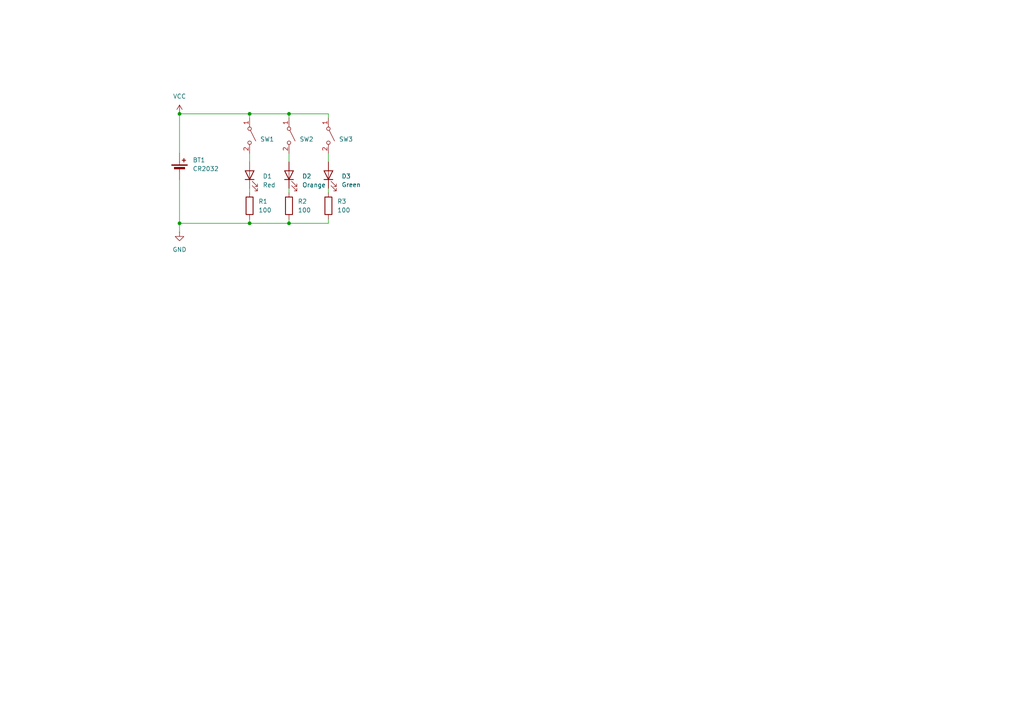
<source format=kicad_sch>
(kicad_sch (version 20250114) (generator "eeschema") (generator_version "9.0")
  (paper "A4")
  (lib_symbols
    (symbol "Device:Battery_Cell" (pin_numbers (hide yes)) (pin_names (offset 0) (hide yes))
      (property "Reference" "BT" (at 2.54 2.54 0))
      (property "Value" "Battery_Cell" (at 2.54 0 0))
      (symbol "Battery_Cell_0_1"
        (rectangle (start -2.286 1.778) (end 2.286 1.524) (fill (type outline)))
        (rectangle (start -1.524 1.016) (end 1.524 0.508) (fill (type outline)))
        (polyline (pts (xy 0 1.778) (xy 0 2.54)))
        (polyline (pts (xy 0 0.762) (xy 0 0)))
        (polyline (pts (xy 0.762 3.048) (xy 1.778 3.048)) (stroke (width 0.254)))
        (polyline (pts (xy 1.27 3.556) (xy 1.27 2.54)) (stroke (width 0.254)))
      )
      (symbol "Battery_Cell_1_1"
        (pin passive line (at 0 5.08 270) (length 2.54) (name "+") (number "1"))
        (pin passive line (at 0 -2.54 90) (length 2.54) (name "-") (number "2"))
      )
    )
    (symbol "Device:LED" (pin_numbers (hide yes)) (pin_names (offset 1.016) (hide yes))
      (property "Reference" "D" (at 0 2.54 0))
      (property "Value" "LED" (at 0 -2.54 0))
      (symbol "LED_0_1"
        (polyline (pts (xy -3.048 -0.762) (xy -4.572 -2.286) (xy -3.81 -2.286) (xy -4.572 -2.286) (xy -4.572 -1.524)))
        (polyline (pts (xy -1.778 -0.762) (xy -3.302 -2.286) (xy -2.54 -2.286) (xy -3.302 -2.286) (xy -3.302 -1.524)))
        (polyline (pts (xy -1.27 0) (xy 1.27 0)))
        (polyline (pts (xy -1.27 -1.27) (xy -1.27 1.27)) (stroke (width 0.254)))
        (polyline (pts (xy 1.27 -1.27) (xy 1.27 1.27) (xy -1.27 0) (xy 1.27 -1.27)) (stroke (width 0.254)))
      )
      (symbol "LED_1_1"
        (pin passive line (at -3.81 0 0) (length 2.54) (name "K") (number "1"))
        (pin passive line (at 3.81 0 180) (length 2.54) (name "A") (number "2"))
      )
    )
    (symbol "Device:R" (pin_numbers (hide yes)) (pin_names (offset 0))
      (property "Reference" "R" (at 2.032 0 90))
      (property "Value" "R" (at 0 0 90))
      (symbol "R_0_1"
        (rectangle (start -1.016 -2.54) (end 1.016 2.54) (stroke (width 0.254)))
      )
      (symbol "R_1_1"
        (pin passive line (at 0 3.81 270) (length 1.27) (name "~") (number "1"))
        (pin passive line (at 0 -3.81 90) (length 1.27) (name "~") (number "2"))
      )
    )
    (symbol "Switch:SW_SPST" (pin_names (offset 0) (hide yes))
      (property "Reference" "SW" (at 0 3.175 0))
      (property "Value" "SW_SPST" (at 0 -2.54 0))
      (symbol "SW_SPST_0_0"
        (circle (center -2.032 0) (radius 0.508))
        (polyline (pts (xy -1.524 0.254) (xy 1.524 1.778)))
        (circle (center 2.032 0) (radius 0.508))
      )
      (symbol "SW_SPST_1_1"
        (pin passive line (at -5.08 0 0) (length 2.54) (name "A") (number "1"))
        (pin passive line (at 5.08 0 180) (length 2.54) (name "B") (number "2"))
      )
    )
    (symbol "power:GND" (power) (pin_numbers (hide yes)) (pin_names (offset 0) (hide yes))
      (property "Value" "GND" (at 0 -3.81 0))
      (symbol "GND_0_1"
        (polyline (pts (xy 0 0) (xy 0 -1.27) (xy 1.27 -1.27) (xy 0 -2.54) (xy -1.27 -1.27) (xy 0 -1.27)))
      )
      (symbol "GND_1_1"
        (pin power_in line (at 0 0 270) (length 0) (name "~") (number "1"))
      )
    )
    (symbol "power:VCC" (power) (pin_numbers (hide yes)) (pin_names (offset 0) (hide yes))
      (property "Value" "VCC" (at 0 3.556 0))
      (symbol "VCC_0_1"
        (polyline (pts (xy -0.762 1.27) (xy 0 2.54)))
        (polyline (pts (xy 0 2.54) (xy 0.762 1.27)))
        (polyline (pts (xy 0 0) (xy 0 2.54)))
      )
      (symbol "VCC_1_1"
        (pin power_in line (at 0 0 90) (length 0) (name "~") (number "1"))
      )
    )
  )
  (junction (at 52.07 33.02))
  (junction (at 72.39 64.77))
  (junction (at 83.82 64.77))
  (junction (at 83.82 33.02))
  (junction (at 52.07 64.77))
  (junction (at 72.39 33.02))
  (wire (pts (xy 72.39 64.77) (xy 72.39 63.5)))
  (wire (pts (xy 83.82 54.61) (xy 83.82 55.88)))
  (wire (pts (xy 83.82 34.29) (xy 83.82 33.02)))
  (wire (pts (xy 95.25 44.45) (xy 95.25 46.99)))
  (wire (pts (xy 83.82 33.02) (xy 95.25 33.02)))
  (wire (pts (xy 83.82 64.77) (xy 72.39 64.77)))
  (wire (pts (xy 95.25 54.61) (xy 95.25 55.88)))
  (wire (pts (xy 83.82 44.45) (xy 83.82 46.99)))
  (wire (pts (xy 72.39 55.88) (xy 72.39 54.61)))
  (wire (pts (xy 72.39 44.45) (xy 72.39 46.99)))
  (wire (pts (xy 52.07 33.02) (xy 72.39 33.02)))
  (wire (pts (xy 52.07 44.45) (xy 52.07 33.02)))
  (wire (pts (xy 83.82 64.77) (xy 83.82 63.5)))
  (wire (pts (xy 52.07 52.07) (xy 52.07 64.77)))
  (wire (pts (xy 95.25 64.77) (xy 83.82 64.77)))
  (wire (pts (xy 72.39 34.29) (xy 72.39 33.02)))
  (wire (pts (xy 72.39 64.77) (xy 52.07 64.77)))
  (wire (pts (xy 52.07 67.31) (xy 52.07 64.77)))
  (wire (pts (xy 72.39 33.02) (xy 83.82 33.02)))
  (wire (pts (xy 95.25 64.77) (xy 95.25 63.5)))
  (wire (pts (xy 95.25 33.02) (xy 95.25 34.29)))
  (symbol (lib_id "power:VCC") (at 52.07 33.02 0) (unit 1)
    (property "Reference" "#PWR02" (effects (hide yes)))
    (property "Value" "VCC" (at 52.07 27.94 0))
    (property "Description" "Power symbol creates a global label with name \"VCC\"" (effects (hide yes)))
  )
  (symbol (lib_id "Switch:SW_SPST") (at 95.25 39.37 270) (unit 1)
    (property "Reference" "SW3" (at 98.298 40.386 90) (effects (justify left)))
    (property "Value" "SW_SPST" (effects (hide yes)))
    (property "Footprint" "Button_Switch_THT:SW_PUSH_6mm_H5mm" (effects (hide yes)))
    (property "Description" "Single Pole Single Throw (SPST) switch" (effects (hide yes)))
  )
  (symbol (lib_id "Device:R") (at 95.25 59.69 0) (unit 1)
    (property "Reference" "R3" (at 97.79 58.4199 0) (effects (justify left)))
    (property "Value" "100" (at 97.79 60.9599 0) (effects (justify left)))
    (property "Footprint" "Resistor_THT:R_Axial_DIN0207_L6.3mm_D2.5mm_P10.16mm_Horizontal" (effects (hide yes)))
    (property "Description" "Resistor" (effects (hide yes)))
  )
  (symbol (lib_id "Device:R") (at 83.82 59.69 0) (unit 1)
    (property "Reference" "R2" (at 86.36 58.4199 0) (effects (justify left)))
    (property "Value" "100" (at 86.36 60.9599 0) (effects (justify left)))
    (property "Footprint" "Resistor_THT:R_Axial_DIN0207_L6.3mm_D2.5mm_P10.16mm_Horizontal" (effects (hide yes)))
    (property "Description" "Resistor" (effects (hide yes)))
  )
  (symbol (lib_id "power:GND") (at 52.07 67.31 0) (unit 1)
    (property "Reference" "#PWR01" (effects (hide yes)))
    (property "Value" "GND" (at 52.07 72.39 0))
    (property "Description" "Power symbol creates a global label with name \"GND\" , ground" (effects (hide yes)))
  )
  (symbol (lib_id "Switch:SW_SPST") (at 83.82 39.37 270) (unit 1)
    (property "Reference" "SW2" (at 86.868 40.386 90) (effects (justify left)))
    (property "Value" "SW_SPST" (effects (hide yes)))
    (property "Footprint" "Button_Switch_THT:SW_PUSH_6mm_H5mm" (effects (hide yes)))
    (property "Description" "Single Pole Single Throw (SPST) switch" (effects (hide yes)))
  )
  (symbol (lib_id "Device:Battery_Cell") (at 52.07 49.53 0) (unit 1)
    (property "Reference" "BT1" (at 55.88 46.4184 0) (effects (justify left)))
    (property "Value" "CR2032" (at 55.88 48.9584 0) (effects (justify left)))
    (property "Footprint" "Battery Holder:BAT-HLD-001-THM_TEC" (effects (hide yes)))
    (property "Description" "Single-cell battery" (effects (hide yes)))
  )
  (symbol (lib_id "Switch:SW_SPST") (at 72.39 39.37 270) (unit 1)
    (property "Reference" "SW1" (at 75.438 40.386 90) (effects (justify left)))
    (property "Value" "SW_SPST" (effects (hide yes)))
    (property "Footprint" "Button_Switch_THT:SW_PUSH_6mm_H5mm" (effects (hide yes)))
    (property "Description" "Single Pole Single Throw (SPST) switch" (effects (hide yes)))
  )
  (symbol (lib_id "Device:LED") (at 83.82 50.8 90) (unit 1)
    (property "Reference" "D2" (at 87.63 51.1174 90) (effects (justify right)))
    (property "Value" "Orange" (at 87.63 53.6574 90) (effects (justify right)))
    (property "Footprint" "LED_THT:LED_D5.0mm" (effects (hide yes)))
    (property "Description" "Light emitting diode" (effects (hide yes)))
    (property "Sim.Pins" "1=K 2=A" (effects (hide yes)))
  )
  (symbol (lib_id "Device:R") (at 72.39 59.69 0) (unit 1)
    (property "Reference" "R1" (at 74.93 58.4199 0) (effects (justify left)))
    (property "Value" "100" (at 74.93 60.9599 0) (effects (justify left)))
    (property "Footprint" "Resistor_THT:R_Axial_DIN0207_L6.3mm_D2.5mm_P10.16mm_Horizontal" (effects (hide yes)))
    (property "Description" "Resistor" (effects (hide yes)))
  )
  (symbol (lib_id "Device:LED") (at 72.39 50.8 90) (unit 1)
    (property "Reference" "D1" (at 76.2 51.1174 90) (effects (justify right)))
    (property "Value" "Red" (at 76.2 53.6574 90) (effects (justify right)))
    (property "Footprint" "LED_THT:LED_D5.0mm" (effects (hide yes)))
    (property "Description" "Light emitting diode" (effects (hide yes)))
    (property "Sim.Pins" "1=K 2=A" (effects (hide yes)))
  )
  (symbol (lib_id "Device:LED") (at 95.25 50.8 90) (unit 1)
    (property "Reference" "D3" (at 99.06 51.1174 90) (effects (justify right)))
    (property "Value" "Green" (at 99.06 53.594 90) (effects (justify right)))
    (property "Footprint" "LED_THT:LED_D5.0mm" (effects (hide yes)))
    (property "Description" "Light emitting diode" (effects (hide yes)))
    (property "Sim.Pins" "1=K 2=A" (effects (hide yes)))
  )
)
</source>
